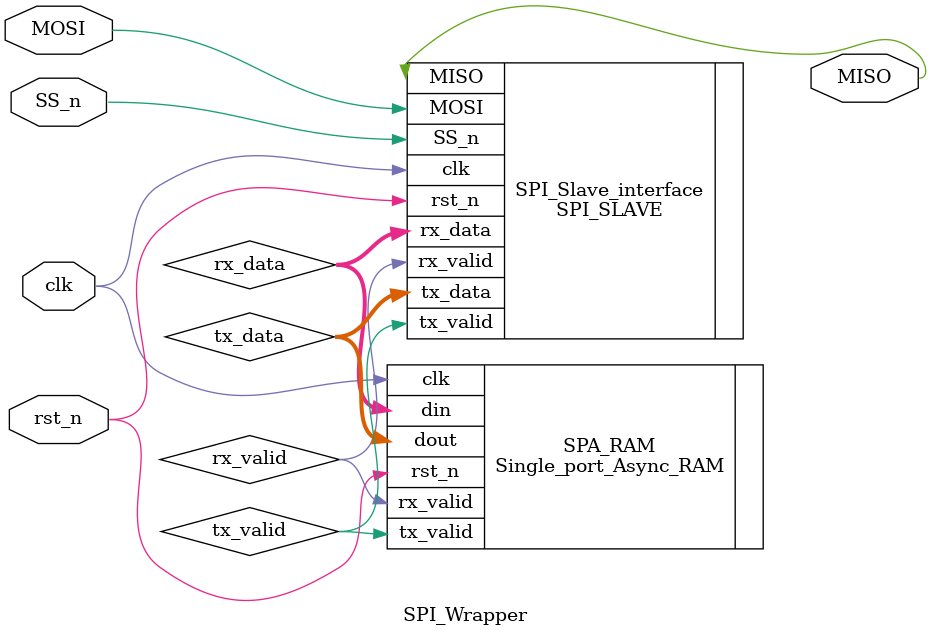
<source format=v>
module SPI_Wrapper( MOSI, SS_n, clk, rst_n, MISO);

    parameter MEM_DEPTH = 256;
    parameter ADDR_SIZE =8;

    input MOSI,SS_n,clk,rst_n;
    output MISO ;

    wire [9:0] rx_data;
    wire rx_valid;
    wire [7:0] tx_data;
    wire tx_valid;

    // Instantiate the SPI slave interface
    SPI_SLAVE SPI_Slave_interface(
        .MOSI(MOSI),
        .SS_n(SS_n),
        .tx_valid(tx_valid),
        .tx_data(tx_data),
        .clk(clk),
        .rst_n(rst_n),
        .rx_data(rx_data),
        .rx_valid(rx_valid),
        .MISO(MISO)
        );

    // Instantiate the RAM module
    Single_port_Async_RAM #(MEM_DEPTH,ADDR_SIZE) SPA_RAM(
        .din(rx_data),
        .clk(clk),
        .rst_n(rst_n),
        .rx_valid(rx_valid),
        .dout(tx_data),
        .tx_valid(tx_valid)
        );

endmodule

</source>
